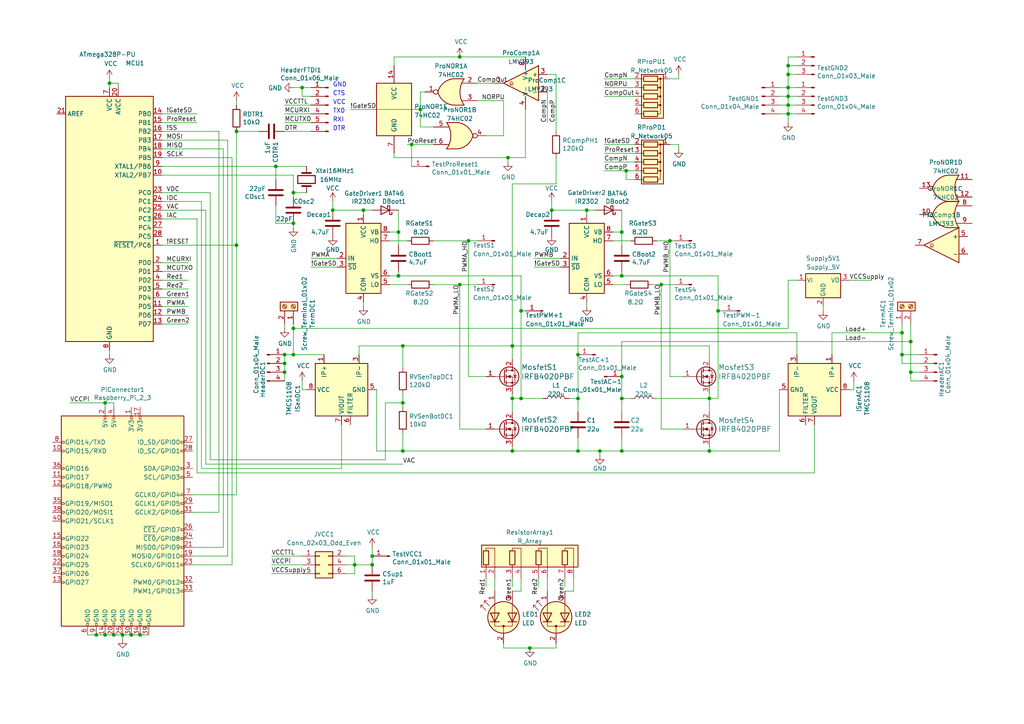
<source format=kicad_sch>
(kicad_sch (version 20230121) (generator eeschema)
  (paper "A4")
  (title_block (title "AtInverter") (rev "1"))
  (junction (at 96.52 60.96))
  (junction (at 85.09 102.87))
  (junction (at 153.67 187.96))
  (junction (at 181.61 49.53))
  (junction (at 191.77 82.55))
  (junction (at 116.84 100.33))
  (junction (at 180.34 80.01))
  (junction (at 133.35 16.51))
  (junction (at 68.58 71.12))
  (junction (at 105.41 60.96))
  (junction (at 116.84 116.84))
  (junction (at 264.16 107.95))
  (junction (at 228.6 19.05))
  (junction (at 82.55 105.41))
  (junction (at 119.38 41.91))
  (junction (at 228.6 33.02))
  (junction (at 208.28 90.17))
  (junction (at 135.89 69.85))
  (junction (at 85.09 95.25))
  (junction (at 38.1 184.15))
  (junction (at 148.59 130.81))
  (junction (at 107.95 161.29))
  (junction (at 85.09 55.88))
  (junction (at 151.13 115.57))
  (junction (at 173.99 130.81))
  (junction (at 151.13 90.17))
  (junction (at 115.57 67.31))
  (junction (at 167.64 102.87))
  (junction (at 33.02 184.15))
  (junction (at 107.95 163.83))
  (junction (at 102.87 163.83))
  (junction (at 82.55 102.87))
  (junction (at 133.35 82.55))
  (junction (at 228.6 30.48))
  (junction (at 121.92 31.75))
  (junction (at 85.09 64.77))
  (junction (at 228.6 25.4))
  (junction (at 160.02 60.96))
  (junction (at 180.34 130.81))
  (junction (at 80.01 48.26))
  (junction (at 148.59 100.33))
  (junction (at 116.84 130.81))
  (junction (at 205.74 115.57))
  (junction (at 30.48 184.15))
  (junction (at 264.16 99.06))
  (junction (at 228.6 21.59))
  (junction (at 261.62 102.87))
  (junction (at 87.63 25.4))
  (junction (at 115.57 80.01))
  (junction (at 205.74 130.81))
  (junction (at 68.58 38.1))
  (junction (at 180.34 67.31))
  (junction (at 180.34 115.57))
  (junction (at 170.18 60.96))
  (junction (at 167.64 115.57))
  (junction (at 261.62 96.52))
  (junction (at 31.75 24.13))
  (junction (at 35.56 184.15))
  (junction (at 180.34 109.22))
  (junction (at 27.94 184.15))
  (junction (at 30.48 116.84))
  (junction (at 148.59 115.57))
  (junction (at 147.32 45.72))
  (junction (at 167.64 130.81))
  (junction (at 82.55 107.95))
  (junction (at 194.31 69.85))
  (junction (at 228.6 27.94))
  (junction (at 40.64 184.15))
  (wire (pts (xy 184.15 52.07) (xy 181.61 52.07)))
  (wire (pts (xy 148.59 53.34) (xy 148.59 100.33)))
  (wire (pts (xy 226.06 113.03) (xy 226.06 130.81)))
  (wire (pts (xy 173.99 130.81) (xy 173.99 132.08)))
  (wire (pts (xy 228.6 27.94) (xy 231.14 27.94)))
  (wire (pts (xy 228.6 21.59) (xy 228.6 25.4)))
  (wire (pts (xy 85.09 50.8) (xy 85.09 55.88)))
  (wire (pts (xy 135.89 69.85) (xy 135.89 109.22)))
  (wire (pts (xy 60.96 55.88) (xy 46.99 55.88)))
  (wire (pts (xy 78.74 163.83) (xy 87.63 163.83)))
  (wire (pts (xy 82.55 35.56) (xy 90.17 35.56)))
  (wire (pts (xy 82.55 38.1) (xy 90.17 38.1)))
  (wire (pts (xy 116.84 100.33) (xy 148.59 100.33)))
  (wire (pts (xy 80.01 48.26) (xy 80.01 52.07)))
  (wire (pts (xy 34.29 25.4) (xy 34.29 24.13)))
  (wire (pts (xy 156.21 167.64) (xy 156.21 170.18)))
  (wire (pts (xy 55.88 148.59) (xy 63.5 148.59)))
  (wire (pts (xy 181.61 49.53) (xy 181.61 52.07)))
  (wire (pts (xy 264.16 107.95) (xy 264.16 110.49)))
  (wire (pts (xy 85.09 93.98) (xy 85.09 95.25)))
  (wire (pts (xy 175.26 46.99) (xy 184.15 46.99)))
  (wire (pts (xy 68.58 29.21) (xy 68.58 30.48)))
  (wire (pts (xy 208.28 115.57) (xy 205.74 115.57)))
  (wire (pts (xy 114.3 45.72) (xy 147.32 45.72)))
  (wire (pts (xy 102.87 163.83) (xy 107.95 163.83)))
  (wire (pts (xy 30.48 116.84) (xy 30.48 118.11)))
  (wire (pts (xy 31.75 102.87) (xy 31.75 101.6)))
  (wire (pts (xy 167.64 127) (xy 167.64 130.81)))
  (wire (pts (xy 58.42 135.89) (xy 99.06 135.89)))
  (wire (pts (xy 175.26 22.86) (xy 184.15 22.86)))
  (wire (pts (xy 46.99 93.98) (xy 54.61 93.98)))
  (wire (pts (xy 64.77 43.18) (xy 46.99 43.18)))
  (wire (pts (xy 228.6 33.02) (xy 231.14 33.02)))
  (wire (pts (xy 46.99 50.8) (xy 85.09 50.8)))
  (wire (pts (xy 90.17 27.94) (xy 87.63 27.94)))
  (wire (pts (xy 119.38 41.91) (xy 119.38 48.26)))
  (wire (pts (xy 195.58 69.85) (xy 194.31 69.85)))
  (wire (pts (xy 133.35 82.55) (xy 138.43 82.55)))
  (wire (pts (xy 231.14 16.51) (xy 228.6 16.51)))
  (wire (pts (xy 46.99 91.44) (xy 54.61 91.44)))
  (wire (pts (xy 148.59 129.54) (xy 148.59 130.81)))
  (wire (pts (xy 161.29 186.69) (xy 161.29 187.96)))
  (wire (pts (xy 27.94 184.15) (xy 30.48 184.15)))
  (wire (pts (xy 208.28 90.17) (xy 208.28 115.57)))
  (wire (pts (xy 107.95 171.45) (xy 107.95 172.72)))
  (wire (pts (xy 261.62 96.52) (xy 241.3 96.52)))
  (wire (pts (xy 208.28 90.17) (xy 209.55 90.17)))
  (wire (pts (xy 175.26 44.45) (xy 184.15 44.45)))
  (wire (pts (xy 228.6 81.28) (xy 228.6 95.25)))
  (wire (pts (xy 151.13 80.01) (xy 151.13 90.17)))
  (wire (pts (xy 114.3 16.51) (xy 133.35 16.51)))
  (wire (pts (xy 191.77 82.55) (xy 195.58 82.55)))
  (wire (pts (xy 46.99 71.12) (xy 68.58 71.12)))
  (wire (pts (xy 34.29 24.13) (xy 31.75 24.13)))
  (wire (pts (xy 115.57 67.31) (xy 115.57 60.96)))
  (wire (pts (xy 177.8 67.31) (xy 180.34 67.31)))
  (wire (pts (xy 87.63 113.03) (xy 88.9 113.03)))
  (wire (pts (xy 180.34 67.31) (xy 180.34 60.96)))
  (wire (pts (xy 175.26 27.94) (xy 184.15 27.94)))
  (wire (pts (xy 99.06 123.19) (xy 99.06 135.89)))
  (wire (pts (xy 151.13 167.64) (xy 151.13 171.45)))
  (wire (pts (xy 46.99 88.9) (xy 54.61 88.9)))
  (wire (pts (xy 82.55 102.87) (xy 85.09 102.87)))
  (wire (pts (xy 247.65 113.03) (xy 246.38 113.03)))
  (wire (pts (xy 80.01 48.26) (xy 88.9 48.26)))
  (wire (pts (xy 82.55 33.02) (xy 90.17 33.02)))
  (wire (pts (xy 154.94 77.47) (xy 162.56 77.47)))
  (wire (pts (xy 264.16 110.49) (xy 266.7 110.49)))
  (wire (pts (xy 205.74 114.3) (xy 205.74 115.57)))
  (wire (pts (xy 125.73 69.85) (xy 135.89 69.85)))
  (wire (pts (xy 111.76 116.84) (xy 116.84 116.84)))
  (wire (pts (xy 158.75 21.59) (xy 161.29 21.59)))
  (wire (pts (xy 105.41 60.96) (xy 107.95 60.96)))
  (wire (pts (xy 118.11 41.91) (xy 119.38 41.91)))
  (wire (pts (xy 261.62 96.52) (xy 261.62 102.87)))
  (wire (pts (xy 55.88 163.83) (xy 67.31 163.83)))
  (wire (pts (xy 113.03 69.85) (xy 118.11 69.85)))
  (wire (pts (xy 228.6 25.4) (xy 228.6 27.94)))
  (wire (pts (xy 177.8 69.85) (xy 182.88 69.85)))
  (wire (pts (xy 85.09 55.88) (xy 88.9 55.88)))
  (wire (pts (xy 167.64 130.81) (xy 173.99 130.81)))
  (wire (pts (xy 191.77 82.55) (xy 191.77 124.46)))
  (wire (pts (xy 119.38 41.91) (xy 125.73 41.91)))
  (wire (pts (xy 80.01 64.77) (xy 85.09 64.77)))
  (wire (pts (xy 102.87 163.83) (xy 102.87 166.37)))
  (wire (pts (xy 189.23 82.55) (xy 191.77 82.55)))
  (wire (pts (xy 105.41 60.96) (xy 105.41 62.23)))
  (wire (pts (xy 105.41 88.9) (xy 105.41 87.63)))
  (wire (pts (xy 58.42 58.42) (xy 58.42 135.89)))
  (wire (pts (xy 107.95 161.29) (xy 107.95 158.75)))
  (wire (pts (xy 85.09 55.88) (xy 85.09 57.15)))
  (wire (pts (xy 133.35 82.55) (xy 133.35 124.46)))
  (wire (pts (xy 238.76 88.9) (xy 238.76 90.17)))
  (wire (pts (xy 228.6 30.48) (xy 228.6 33.02)))
  (wire (pts (xy 151.13 171.45) (xy 148.59 171.45)))
  (wire (pts (xy 31.75 24.13) (xy 31.75 25.4)))
  (wire (pts (xy 264.16 93.98) (xy 264.16 99.06)))
  (wire (pts (xy 66.04 161.29) (xy 66.04 40.64)))
  (wire (pts (xy 226.06 25.4) (xy 228.6 25.4)))
  (wire (pts (xy 104.14 100.33) (xy 116.84 100.33)))
  (wire (pts (xy 151.13 90.17) (xy 151.13 115.57)))
  (wire (pts (xy 205.74 129.54) (xy 205.74 130.81)))
  (wire (pts (xy 170.18 88.9) (xy 170.18 87.63)))
  (wire (pts (xy 85.09 95.25) (xy 85.09 102.87)))
  (wire (pts (xy 25.4 184.15) (xy 27.94 184.15)))
  (wire (pts (xy 261.62 102.87) (xy 266.7 102.87)))
  (wire (pts (xy 113.03 67.31) (xy 115.57 67.31)))
  (wire (pts (xy 205.74 130.81) (xy 226.06 130.81)))
  (wire (pts (xy 109.22 113.03) (xy 109.22 130.81)))
  (wire (pts (xy 90.17 30.48) (xy 82.55 30.48)))
  (wire (pts (xy 180.34 130.81) (xy 205.74 130.81)))
  (wire (pts (xy 148.59 100.33) (xy 148.59 104.14)))
  (wire (pts (xy 167.64 96.52) (xy 231.14 96.52)))
  (wire (pts (xy 82.55 102.87) (xy 82.55 105.41)))
  (wire (pts (xy 35.56 184.15) (xy 38.1 184.15)))
  (wire (pts (xy 181.61 49.53) (xy 184.15 49.53)))
  (wire (pts (xy 148.59 167.64) (xy 148.59 170.18)))
  (wire (pts (xy 226.06 30.48) (xy 228.6 30.48)))
  (wire (pts (xy 228.6 27.94) (xy 228.6 30.48)))
  (wire (pts (xy 31.75 22.86) (xy 31.75 24.13)))
  (wire (pts (xy 114.3 16.51) (xy 114.3 19.05)))
  (wire (pts (xy 46.99 86.36) (xy 54.61 86.36)))
  (wire (pts (xy 96.52 60.96) (xy 105.41 60.96)))
  (wire (pts (xy 55.88 158.75) (xy 64.77 158.75)))
  (wire (pts (xy 60.96 133.35) (xy 60.96 55.88)))
  (wire (pts (xy 228.6 33.02) (xy 228.6 35.56)))
  (wire (pts (xy 231.14 96.52) (xy 231.14 102.87)))
  (wire (pts (xy 40.64 184.15) (xy 43.18 184.15)))
  (wire (pts (xy 264.16 99.06) (xy 264.16 107.95)))
  (wire (pts (xy 241.3 96.52) (xy 241.3 102.87)))
  (wire (pts (xy 194.31 109.22) (xy 198.12 109.22)))
  (wire (pts (xy 148.59 130.81) (xy 167.64 130.81)))
  (wire (pts (xy 152.4 31.75) (xy 152.4 45.72)))
  (wire (pts (xy 135.89 69.85) (xy 138.43 69.85)))
  (wire (pts (xy 180.34 99.06) (xy 180.34 109.22)))
  (wire (pts (xy 46.99 33.02) (xy 57.15 33.02)))
  (wire (pts (xy 90.17 77.47) (xy 97.79 77.47)))
  (wire (pts (xy 68.58 38.1) (xy 68.58 71.12)))
  (wire (pts (xy 152.4 90.17) (xy 151.13 90.17)))
  (wire (pts (xy 90.17 25.4) (xy 87.63 25.4)))
  (wire (pts (xy 87.63 110.49) (xy 87.63 113.03)))
  (wire (pts (xy 194.31 69.85) (xy 194.31 109.22)))
  (wire (pts (xy 116.84 116.84) (xy 116.84 118.11)))
  (wire (pts (xy 116.84 125.73) (xy 116.84 130.81)))
  (wire (pts (xy 115.57 71.12) (xy 115.57 67.31)))
  (wire (pts (xy 173.99 130.81) (xy 180.34 130.81)))
  (wire (pts (xy 46.99 76.2) (xy 54.61 76.2)))
  (wire (pts (xy 104.14 100.33) (xy 104.14 102.87)))
  (wire (pts (xy 116.84 130.81) (xy 148.59 130.81)))
  (wire (pts (xy 116.84 100.33) (xy 116.84 106.68)))
  (wire (pts (xy 64.77 158.75) (xy 64.77 43.18)))
  (wire (pts (xy 60.96 133.35) (xy 111.76 133.35)))
  (wire (pts (xy 228.6 19.05) (xy 231.14 19.05)))
  (wire (pts (xy 113.03 82.55) (xy 118.11 82.55)))
  (wire (pts (xy 146.05 29.21) (xy 146.05 39.37)))
  (wire (pts (xy 96.52 58.42) (xy 96.52 60.96)))
  (wire (pts (xy 264.16 107.95) (xy 266.7 107.95)))
  (wire (pts (xy 82.55 105.41) (xy 82.55 107.95)))
  (wire (pts (xy 158.75 167.64) (xy 158.75 171.45)))
  (wire (pts (xy 115.57 80.01) (xy 151.13 80.01)))
  (wire (pts (xy 68.58 71.12) (xy 68.58 143.51)))
  (wire (pts (xy 180.34 80.01) (xy 208.28 80.01)))
  (wire (pts (xy 66.04 40.64) (xy 46.99 40.64)))
  (wire (pts (xy 160.02 60.96) (xy 170.18 60.96)))
  (wire (pts (xy 161.29 53.34) (xy 148.59 53.34)))
  (wire (pts (xy 261.62 105.41) (xy 266.7 105.41)))
  (wire (pts (xy 175.26 25.4) (xy 184.15 25.4)))
  (wire (pts (xy 82.55 95.25) (xy 82.55 93.98)))
  (wire (pts (xy 67.31 45.72) (xy 46.99 45.72)))
  (wire (pts (xy 190.5 115.57) (xy 205.74 115.57)))
  (wire (pts (xy 123.19 26.67) (xy 121.92 26.67)))
  (wire (pts (xy 87.63 27.94) (xy 87.63 25.4)))
  (wire (pts (xy 236.22 123.19) (xy 236.22 137.16)))
  (wire (pts (xy 196.85 41.91) (xy 194.31 41.91)))
  (wire (pts (xy 175.26 49.53) (xy 181.61 49.53)))
  (wire (pts (xy 46.99 48.26) (xy 80.01 48.26)))
  (wire (pts (xy 46.99 58.42) (xy 58.42 58.42)))
  (wire (pts (xy 261.62 102.87) (xy 261.62 105.41)))
  (wire (pts (xy 82.55 107.95) (xy 82.55 110.49)))
  (wire (pts (xy 180.34 127) (xy 180.34 130.81)))
  (wire (pts (xy 55.88 161.29) (xy 66.04 161.29)))
  (wire (pts (xy 228.6 21.59) (xy 231.14 21.59)))
  (wire (pts (xy 170.18 60.96) (xy 170.18 62.23)))
  (wire (pts (xy 102.87 166.37) (xy 100.33 166.37)))
  (wire (pts (xy 148.59 115.57) (xy 151.13 115.57)))
  (wire (pts (xy 114.3 44.45) (xy 114.3 45.72)))
  (wire (pts (xy 166.37 167.64) (xy 166.37 171.45)))
  (wire (pts (xy 78.74 161.29) (xy 87.63 161.29)))
  (wire (pts (xy 67.31 163.83) (xy 67.31 45.72)))
  (wire (pts (xy 30.48 184.15) (xy 33.02 184.15)))
  (wire (pts (xy 59.69 134.62) (xy 59.69 60.96)))
  (wire (pts (xy 102.87 161.29) (xy 100.33 161.29)))
  (wire (pts (xy 46.99 81.28) (xy 54.61 81.28)))
  (wire (pts (xy 161.29 187.96) (xy 153.67 187.96)))
  (wire (pts (xy 33.02 116.84) (xy 33.02 118.11)))
  (wire (pts (xy 78.74 166.37) (xy 87.63 166.37)))
  (wire (pts (xy 226.06 27.94) (xy 228.6 27.94)))
  (wire (pts (xy 228.6 19.05) (xy 228.6 16.51)))
  (wire (pts (xy 80.01 59.69) (xy 80.01 64.77)))
  (wire (pts (xy 154.94 74.93) (xy 162.56 74.93)))
  (wire (pts (xy 85.09 64.77) (xy 85.09 66.04)))
  (wire (pts (xy 87.63 25.4) (xy 85.09 25.4)))
  (wire (pts (xy 57.15 63.5) (xy 57.15 137.16)))
  (wire (pts (xy 228.6 21.59) (xy 228.6 19.05)))
  (wire (pts (xy 101.6 31.75) (xy 121.92 31.75)))
  (wire (pts (xy 196.85 21.59) (xy 196.85 22.86)))
  (wire (pts (xy 121.92 26.67) (xy 121.92 31.75)))
  (wire (pts (xy 191.77 124.46) (xy 198.12 124.46)))
  (wire (pts (xy 121.92 31.75) (xy 121.92 36.83)))
  (wire (pts (xy 158.75 26.67) (xy 158.75 35.56)))
  (wire (pts (xy 148.59 114.3) (xy 148.59 115.57)))
  (wire (pts (xy 147.32 45.72) (xy 147.32 46.99)))
  (wire (pts (xy 180.34 119.38) (xy 180.34 115.57)))
  (wire (pts (xy 196.85 22.86) (xy 194.31 22.86)))
  (wire (pts (xy 133.35 16.51) (xy 152.4 16.51)))
  (wire (pts (xy 261.62 93.98) (xy 261.62 96.52)))
  (wire (pts (xy 57.15 63.5) (xy 46.99 63.5)))
  (wire (pts (xy 205.74 100.33) (xy 205.74 104.14)))
  (wire (pts (xy 125.73 82.55) (xy 133.35 82.55)))
  (wire (pts (xy 146.05 186.69) (xy 146.05 187.96)))
  (wire (pts (xy 135.89 109.22) (xy 140.97 109.22)))
  (wire (pts (xy 226.06 33.02) (xy 228.6 33.02)))
  (wire (pts (xy 20.32 116.84) (xy 30.48 116.84)))
  (wire (pts (xy 231.14 81.28) (xy 228.6 81.28)))
  (wire (pts (xy 180.34 78.74) (xy 180.34 80.01)))
  (wire (pts (xy 151.13 115.57) (xy 157.48 115.57)))
  (wire (pts (xy 180.34 115.57) (xy 182.88 115.57)))
  (wire (pts (xy 90.17 74.93) (xy 97.79 74.93)))
  (wire (pts (xy 190.5 69.85) (xy 194.31 69.85)))
  (wire (pts (xy 208.28 80.01) (xy 208.28 90.17)))
  (wire (pts (xy 46.99 78.74) (xy 54.61 78.74)))
  (wire (pts (xy 46.99 35.56) (xy 57.15 35.56)))
  (wire (pts (xy 264.16 99.06) (xy 180.34 99.06)))
  (wire (pts (xy 163.83 167.64) (xy 163.83 170.18)))
  (wire (pts (xy 30.48 116.84) (xy 33.02 116.84)))
  (wire (pts (xy 33.02 184.15) (xy 35.56 184.15)))
  (wire (pts (xy 147.32 45.72) (xy 152.4 45.72)))
  (wire (pts (xy 167.64 96.52) (xy 167.64 102.87)))
  (wire (pts (xy 228.6 30.48) (xy 231.14 30.48)))
  (wire (pts (xy 35.56 184.15) (xy 35.56 185.42)))
  (wire (pts (xy 46.99 83.82) (xy 54.61 83.82)))
  (wire (pts (xy 121.92 36.83) (xy 125.73 36.83)))
  (wire (pts (xy 205.74 115.57) (xy 205.74 119.38)))
  (wire (pts (xy 180.34 67.31) (xy 180.34 71.12)))
  (wire (pts (xy 46.99 60.96) (xy 59.69 60.96)))
  (wire (pts (xy 55.88 143.51) (xy 68.58 143.51)))
  (wire (pts (xy 109.22 130.81) (xy 116.84 130.81)))
  (wire (pts (xy 146.05 39.37) (xy 140.97 39.37)))
  (wire (pts (xy 146.05 187.96) (xy 153.67 187.96)))
  (wire (pts (xy 115.57 78.74) (xy 115.57 80.01)))
  (wire (pts (xy 196.85 41.91) (xy 196.85 43.18)))
  (wire (pts (xy 133.35 124.46) (xy 140.97 124.46)))
  (wire (pts (xy 177.8 80.01) (xy 180.34 80.01)))
  (wire (pts (xy 175.26 41.91) (xy 184.15 41.91)))
  (wire (pts (xy 138.43 24.13) (xy 143.51 24.13)))
  (wire (pts (xy 63.5 38.1) (xy 63.5 148.59)))
  (wire (pts (xy 180.34 109.22) (xy 180.34 115.57)))
  (wire (pts (xy 228.6 25.4) (xy 231.14 25.4)))
  (wire (pts (xy 161.29 21.59) (xy 161.29 38.1)))
  (wire (pts (xy 140.97 167.64) (xy 140.97 170.18)))
  (wire (pts (xy 148.59 100.33) (xy 205.74 100.33)))
  (wire (pts (xy 100.33 163.83) (xy 102.87 163.83)))
  (wire (pts (xy 143.51 167.64) (xy 143.51 171.45)))
  (wire (pts (xy 138.43 29.21) (xy 146.05 29.21)))
  (wire (pts (xy 166.37 171.45) (xy 163.83 171.45)))
  (wire (pts (xy 148.59 115.57) (xy 148.59 119.38)))
  (wire (pts (xy 161.29 45.72) (xy 161.29 53.34)))
  (wire (pts (xy 107.95 161.29) (xy 107.95 163.83)))
  (wire (pts (xy 177.8 82.55) (xy 181.61 82.55)))
  (wire (pts (xy 102.87 163.83) (xy 102.87 161.29)))
  (wire (pts (xy 38.1 184.15) (xy 40.64 184.15)))
  (wire (pts (xy 85.09 102.87) (xy 93.98 102.87)))
  (wire (pts (xy 167.64 115.57) (xy 167.64 119.38)))
  (wire (pts (xy 170.18 60.96) (xy 172.72 60.96)))
  (wire (pts (xy 113.03 80.01) (xy 115.57 80.01)))
  (wire (pts (xy 59.69 134.62) (xy 116.84 134.62)))
  (wire (pts (xy 116.84 114.3) (xy 116.84 116.84)))
  (wire (pts (xy 167.64 102.87) (xy 167.64 115.57)))
  (wire (pts (xy 165.1 115.57) (xy 167.64 115.57)))
  (wire (pts (xy 111.76 116.84) (xy 111.76 133.35)))
  (wire (pts (xy 246.38 81.28) (xy 252.73 81.28)))
  (wire (pts (xy 247.65 110.49) (xy 247.65 113.03)))
  (wire (pts (xy 160.02 58.42) (xy 160.02 60.96)))
  (wire (pts (xy 85.09 95.25) (xy 228.6 95.25)))
  (wire (pts (xy 57.15 137.16) (xy 236.22 137.16)))
  (wire (pts (xy 68.58 38.1) (xy 74.93 38.1)))
  (wire (pts (xy 46.99 38.1) (xy 63.5 38.1)))
  (text "RXI" (at 96.52 35.56 0) (effects (font (size 1.27 1.27)) (justify left bottom)))
  (text "GND" (at 96.52 25.4 0) (effects (font (size 1.27 1.27)) (justify left bottom)))
  (text "VCC" (at 96.52 30.48 0) (effects (font (size 1.27 1.27)) (justify left bottom)))
  (text "TX0" (at 96.52 33.02 0) (effects (font (size 1.27 1.27)) (justify left bottom)))
  (text "DTR" (at 96.52 38.1 0) (effects (font (size 1.27 1.27)) (justify left bottom)))
  (text "CTS" (at 96.52 27.94 0) (effects (font (size 1.27 1.27)) (justify left bottom)))
  (label "VCCPi" (at 20.32 116.84 0))
  (label "DTR" (at 82.55 38.1 0))
  (label "VCCSupply" (at 246.38 81.28 0))
  (label "Red2" (at 156.21 167.64 270))
  (label "Red2" (at 48.26 83.82 0))
  (label "NORPU" (at 175.26 25.4 0))
  (label "CompN" (at 175.26 22.86 0))
  (label "CompN" (at 158.75 35.56 90))
  (label "Load-" (at 245.11 99.06 0))
  (label "VCCSupply" (at 78.74 166.37 0))
  (label "Green2" (at 163.83 167.64 270))
  (label "Red1" (at 48.26 81.28 0))
  (label "PWMA" (at 90.17 74.93 0))
  (label "MCURXI" (at 82.55 33.02 0))
  (label "Load+" (at 245.11 96.52 0))
  (label "PWMB_LO" (at 191.77 91.44 90))
  (label "VCCPi" (at 78.74 163.83 0))
  (label "PWMB_HO" (at 194.31 69.85 270))
  (label "ProReset" (at 175.26 44.45 0))
  (label "NORPU" (at 139.7 29.21 0))
  (label "ProReset" (at 118.11 41.91 0))
  (label "PWMA_HO" (at 135.89 69.85 270))
  (label "Red1" (at 140.97 167.64 270))
  (label "MCUTXO" (at 82.55 35.56 0))
  (label "Green2" (at 48.26 93.98 0))
  (label "VAC" (at 48.26 60.96 0))
  (label "SCLK" (at 48.26 45.72 0))
  (label "!RESET" (at 48.26 71.12 0))
  (label "!GateSD" (at 175.26 41.91 0))
  (label "IAC" (at 48.26 63.5 0))
  (label "CompN" (at 175.26 46.99 0))
  (label "!GateSD" (at 154.94 77.47 0))
  (label "CompOut" (at 175.26 27.94 0))
  (label "MCUTXO" (at 48.26 78.74 0))
  (label "MCURXI" (at 48.26 76.2 0))
  (label "ProReset" (at 48.26 35.56 0))
  (label "IDC" (at 48.26 58.42 0))
  (label "CompP" (at 161.29 35.56 90))
  (label "CompOut" (at 138.43 24.13 0))
  (label "Green1" (at 48.26 86.36 0))
  (label "!GateSD" (at 48.26 33.02 0))
  (label "PWMB" (at 154.94 74.93 0))
  (label "PWMA_LO" (at 133.35 82.55 270))
  (label "PWMA" (at 48.26 88.9 0))
  (label "Green1" (at 148.59 167.64 270))
  (label "MOSI" (at 48.26 40.64 0))
  (label "CompP" (at 175.26 49.53 0))
  (label "PWMB" (at 48.26 91.44 0))
  (label "!GateSD" (at 90.17 77.47 0))
  (label "!GateSD" (at 101.6 31.75 0))
  (label "VAC" (at 116.84 134.62 0))
  (label "VDC" (at 48.26 55.88 0))
  (label "VCCTTL" (at 78.74 161.29 0))
  (label "!SS" (at 48.26 38.1 0))
  (label "VCCTTL" (at 82.55 30.48 0))
  (label "MISO" (at 48.26 43.18 0))
  (symbol (lib_id "MCU_Microchip_ATmega:ATmega328P-P") (at 31.75 63.5 0) (unit 1)
    (property "Reference" "MCU1" (at 41.91 19.05 0) (effects (justify right bottom)))
    (property "Value" "ATmega328P-PU" (at 39.37 16.51 0) (effects (justify right bottom)))
    (property "Footprint" "Package_DIP:DIP-28_W7.62mm" (effects hide))
    (property "Datasheet" "http://ww1.microchip.com/downloads/en/DeviceDoc/ATmega328_P%20AVR%20MCU%20with%20picoPower%20Technology%20Data%20Sheet%2040001984A.pdf" (effects hide))
  )
  (symbol (lib_id "Driver_FET:IR2302") (at 105.41 74.93 0) (unit 1)
    (property "Reference" "GateDriver1" (at 105.41 56.1086 0))
    (property "Value" "IR2302" (at 105.41 58.42 0))
    (property "Footprint" "Package_DIP:DIP-8_W7.62mm_LongPads" (effects hide))
    (property "Datasheet" "https://www.infineon.com/dgdl/ir2302.pdf?fileId=5546d462533600a4015355c988b216de" (effects hide))
  )
  (symbol (lib_id "Diode:BAT46") (at 111.76 60.96 180) (unit 1)
    (property "Reference" "DBoot1" (at 114.3 58.42 0))
    (property "Value" "BAT46" (at 114.3 56.1086 0))
    (property "Footprint" "Diode_THT:D_DO-35_SOD27_P7.62mm_Horizontal" (effects hide))
    (property "Datasheet" "http://www.vishay.com/docs/85662/bat46.pdf" (effects hide))
  )
  (symbol (lib_id "Connector:Raspberry_Pi_2_3") (at 35.56 151.13 0) (unit 1)
    (property "Reference" "PiConnector1" (at 35.56 113.03 0))
    (property "Value" "Raspberry_Pi_2_3" (at 35.56 115.3414 0))
    (property "Footprint" "Atverter_vE:Raspberry_Pi_Zero_and_Four" (effects hide))
    (property "Datasheet" "https://www.raspberrypi.org/documentation/hardware/raspberrypi/schematics/rpi_SCH_3bplus_1p0_reduced.pdf" (effects hide))
  )
  (symbol (lib_id "Regulator_Linear:LM7805_TO220") (at 238.76 81.28 0) (unit 1)
    (property "Reference" "Supply5V1" (at 238.76 74.93 0))
    (property "Value" "Supply_5V" (at 238.76 77.47 0))
    (property "Footprint" "Atinverter_vE:SupplyDC_48V-5V_TO-220-3_Vertical" (effects hide))
    (property "Datasheet" "https://www.onsemi.cn/PowerSolutions/document/MC7800-D.PDF" (effects hide))
  )
  (symbol (lib_id "Device:C") (at 115.57 74.93 0) (unit 1)
    (property "Reference" "CBoot1" (at 118.491 73.7616 0) (effects (justify left)))
    (property "Value" "4.7uF" (at 118.491 76.073 0) (effects (justify left)))
    (property "Footprint" "Capacitor_THT:C_Rect_L7.2mm_W3.5mm_P5.00mm_FKS2_FKP2_MKS2_MKP2" (effects hide))
  )
  (symbol (lib_id "Device:C") (at 107.95 167.64 0) (unit 1)
    (property "Reference" "CSup1" (at 110.871 166.4716 0) (effects (justify left)))
    (property "Value" "1uF" (at 110.871 168.783 0) (effects (justify left)))
    (property "Footprint" "Capacitor_THT:C_Rect_L7.2mm_W3.5mm_P5.00mm_FKS2_FKP2_MKS2_MKP2" (effects hide))
  )
  (symbol (lib_id "Sensor_Current:ACS724xLCTR-10AB") (at 99.06 113.03 90) (mirror x) (unit 1)
    (property "Reference" "ISenDC1" (at 86.36 115.57 0))
    (property "Value" "TMCS1108" (at 83.82 115.57 0))
    (property "Footprint" "Atinverter_vE:SOIC-8_3.9x4.9mm_P1.27mm" (effects hide))
    (property "Datasheet" "http://www.allegromicro.com/~/media/Files/Datasheets/ACS724-Datasheet.ashx?la=en" (effects hide))
  )
  (symbol (lib_id "Sensor_Current:ACS724xLCTR-10AB") (at 236.22 113.03 270) (unit 1)
    (property "Reference" "ISenAC1" (at 249.1486 115.57 0))
    (property "Value" "TMCS1108" (at 251.46 115.57 0))
    (property "Footprint" "Atinverter_vE:SOIC-8_3.9x4.9mm_P1.27mm" (effects hide))
    (property "Datasheet" "http://www.allegromicro.com/~/media/Files/Datasheets/ACS724-Datasheet.ashx?la=en" (effects hide))
  )
  (symbol (lib_id "Device:C") (at 78.74 38.1 270) (unit 1)
    (property "Reference" "CDTR1" (at 79.9084 41.021 0) (effects (justify left)))
    (property "Value" "1uF" (at 77.597 41.021 0) (effects (justify left)))
    (property "Footprint" "Capacitor_THT:C_Rect_L7.2mm_W3.5mm_P5.00mm_FKS2_FKP2_MKS2_MKP2" (effects hide))
  )
  (symbol (lib_id "Device:R") (at 68.58 34.29 0) (unit 1)
    (property "Reference" "RDTR1" (at 70.358 33.1216 0) (effects (justify left)))
    (property "Value" "10kΩ" (at 70.358 35.433 0) (effects (justify left)))
    (property "Footprint" "Resistor_THT:R_Axial_DIN0207_L6.3mm_D2.5mm_P7.62mm_Horizontal" (effects hide))
  )
  (symbol (lib_id "power:VCC") (at 107.95 158.75 0) (unit 1)
    (property "Reference" "#PWR012" (effects hide))
    (property "Value" "VCC" (at 108.331 154.3558 0))
  )
  (symbol (lib_id "power:VCC") (at 96.52 58.42 0) (unit 1)
    (property "Reference" "#PWR09" (effects hide))
    (property "Value" "VCC" (at 96.52 54.61 0))
  )
  (symbol (lib_id "power:VCC") (at 87.63 110.49 0) (unit 1)
    (property "Reference" "#PWR08" (effects hide))
    (property "Value" "VCC" (at 88.011 106.0958 0))
  )
  (symbol (lib_id "power:VCC") (at 31.75 22.86 0) (unit 1)
    (property "Reference" "#PWR01" (effects hide))
    (property "Value" "VCC" (at 32.131 18.4658 0))
  )
  (symbol (lib_id "power:GND") (at 238.76 90.17 0) (unit 1)
    (property "Reference" "#PWR025" (effects hide))
    (property "Value" "GND" (at 238.887 94.5642 0))
  )
  (symbol (lib_id "power:GND") (at 105.41 88.9 0) (unit 1)
    (property "Reference" "#PWR011" (effects hide))
    (property "Value" "GND" (at 105.537 93.2942 0))
  )
  (symbol (lib_id "power:GND") (at 31.75 102.87 0) (unit 1)
    (property "Reference" "#PWR02" (effects hide))
    (property "Value" "GND" (at 31.877 107.2642 0))
  )
  (symbol (lib_id "power:GND") (at 35.56 185.42 0) (unit 1)
    (property "Reference" "#PWR03" (effects hide))
    (property "Value" "GND" (at 35.687 189.8142 0))
  )
  (symbol (lib_id "Connector:Conn_01x06_Male") (at 95.25 30.48 0) (mirror y) (unit 1)
    (property "Reference" "HeaderFTDI1" (at 81.28 20.32 0) (effects (justify right)))
    (property "Value" "Conn_01x06_Male" (at 81.28 22.6314 0) (effects (justify right)))
    (property "Footprint" "Atinverter_vE:FTDI_USB_TTL_Header" (effects hide))
  )
  (symbol (lib_id "power:GND") (at 85.09 25.4 270) (unit 1)
    (property "Reference" "#PWR06" (effects hide))
    (property "Value" "GND" (at 81.8388 25.527 90) (effects (justify right)))
  )
  (symbol (lib_id "power:VCC") (at 68.58 29.21 0) (unit 1)
    (property "Reference" "#PWR04" (effects hide))
    (property "Value" "VCC" (at 68.961 24.8158 0))
  )
  (symbol (lib_id "Connector:Screw_Terminal_01x02") (at 85.09 88.9 270) (mirror x) (unit 1)
    (property "Reference" "TermDC1" (at 90.6018 90.9828 0))
    (property "Value" "Screw_Terminal_01x02" (at 88.2904 90.9828 0))
    (property "Footprint" "Atverter_vE:Term_Block_1x2_P5mm" (effects hide))
  )
  (symbol (lib_id "power:GND") (at 82.55 95.25 0) (unit 1)
    (property "Reference" "#PWR05" (effects hide))
    (property "Value" "GND" (at 82.677 99.6442 0))
  )
  (symbol (lib_id "Connector:Screw_Terminal_01x02") (at 261.62 88.9 90) (unit 1)
    (property "Reference" "TermAC1" (at 256.1082 90.9828 0))
    (property "Value" "Screw_Terminal_01x02" (at 258.4196 90.9828 0))
    (property "Footprint" "Atverter_vE:Term_Block_1x2_P5mm" (effects hide))
  )
  (symbol (lib_id "power:GND") (at 228.6 35.56 0) (unit 1)
    (property "Reference" "#PWR024" (effects hide))
    (property "Value" "GND" (at 228.727 39.9542 0))
  )
  (symbol (lib_id "Connector:Conn_01x04_Male") (at 77.47 105.41 0) (unit 1)
    (property "Reference" "HeaderDC1" (at 76.2 104.775 90) (effects (justify right)))
    (property "Value" "Conn_01x04_Male" (at 74.295 97.155 90) (effects (justify right)))
    (property "Footprint" "Connector_PinHeader_2.54mm:PinHeader_1x04_P2.54mm_Vertical" (effects hide))
  )
  (symbol (lib_id "Connector:Conn_01x04_Male") (at 271.78 105.41 0) (mirror y) (unit 1)
    (property "Reference" "HeaderAC1" (at 273.05 104.775 90) (effects (justify right)))
    (property "Value" "Conn_01x04_Male" (at 274.955 97.155 90) (effects (justify right)))
    (property "Footprint" "Connector_PinHeader_2.54mm:PinHeader_1x04_P2.54mm_Vertical" (effects hide))
  )
  (symbol (lib_id "Connector:Conn_01x01_Male") (at 143.51 69.85 0) (mirror y) (unit 1)
    (property "Reference" "TestS1" (at 137.16 71.12 0) (effects (justify right)))
    (property "Value" "Conn_01x01_Male" (at 137.16 73.66 0) (effects (justify right)))
    (property "Footprint" "Connector_PinHeader_2.54mm:PinHeader_1x01_P2.54mm_Vertical" (effects hide))
  )
  (symbol (lib_id "power:GND") (at 107.95 172.72 0) (unit 1)
    (property "Reference" "#PWR013" (effects hide))
    (property "Value" "GND" (at 108.077 177.1142 0))
  )
  (symbol (lib_id "Comparator:LMV393") (at 151.13 24.13 0) (mirror y) (unit 1)
    (property "Reference" "ProComp1" (at 151.13 15.3502 0))
    (property "Value" "LMV393" (at 151.13 17.8871 0))
    (property "Footprint" "Package_DIP:DIP-8_W7.62mm_LongPads" (effects hide))
    (property "Datasheet" "http://www.ti.com/lit/ds/symlink/lmv331.pdf" (effects hide))
  )
  (symbol (lib_id "Device:C") (at 180.34 74.93 0) (unit 1)
    (property "Reference" "CBoot2" (at 183.261 73.7616 0) (effects (justify left)))
    (property "Value" "4.7uF" (at 183.261 76.073 0) (effects (justify left)))
    (property "Footprint" "Capacitor_THT:C_Rect_L7.2mm_W3.5mm_P5.00mm_FKS2_FKP2_MKS2_MKP2" (effects hide))
  )
  (symbol (lib_id "Connector:Conn_01x01_Male") (at 214.63 90.17 0) (mirror y) (unit 1)
    (property "Reference" "TestPWM-1" (at 209.55 91.44 0) (effects (justify right)))
    (property "Value" "Conn_01x01_Male" (at 209.55 93.98 0) (effects (justify right)))
    (property "Footprint" "Connector_PinHeader_2.54mm:PinHeader_1x01_P2.54mm_Vertical" (effects hide))
  )
  (symbol (lib_id "Transistor_FET:IRF540N") (at 146.05 109.22 0) (unit 1)
    (property "Reference" "MosfetS1" (at 151.13 106.5276 0) (effects (font (size 1.524 1.524)) (justify left)))
    (property "Value" "IRFB4020PBF" (at 151.13 109.22 0) (effects (font (size 1.524 1.524)) (justify left)))
    (property "Footprint" "Package_TO_SOT_THT:TO-220-3_Vertical" (effects hide))
    (property "Datasheet" "http://www.irf.com/product-info/datasheets/data/irf540n.pdf" (effects hide))
    (property "Digi-Key_PN" "IRF540NPBF-ND" (effects hide))
    (property "MPN" "IRF540NPBF" (effects hide))
    (property "Category" "Discrete Semiconductor Products" (effects hide))
    (property "Family" "Transistors - FETs, MOSFETs - Single" (effects hide))
    (property "DK_Datasheet_Link" "https://www.infineon.com/dgdl/irf540npbf.pdf?fileId=5546d462533600a4015355e39f0d19a1" (effects hide))
    (property "DK_Detail_Page" "/product-detail/en/infineon-technologies/IRF540NPBF/IRF540NPBF-ND/811869" (effects hide))
    (property "Description" "MOSFET N-CH 100V 33A TO-220AB" (effects hide))
    (property "Manufacturer" "Infineon Technologies" (effects hide))
    (property "Status" "Active" (effects hide))
  )
  (symbol (lib_id "power:VCC") (at 160.02 58.42 0) (unit 1)
    (property "Reference" "#PWR017" (effects hide))
    (property "Value" "VCC" (at 160.02 54.61 0))
  )
  (symbol (lib_id "Transistor_FET:IRF540N") (at 203.2 109.22 0) (unit 1)
    (property "Reference" "MosfetS3" (at 208.28 106.5276 0) (effects (font (size 1.524 1.524)) (justify left)))
    (property "Value" "IRFB4020PBF" (at 208.28 109.22 0) (effects (font (size 1.524 1.524)) (justify left)))
    (property "Footprint" "Package_TO_SOT_THT:TO-220-3_Vertical" (effects hide))
    (property "Datasheet" "http://www.irf.com/product-info/datasheets/data/irf540n.pdf" (effects hide))
    (property "Digi-Key_PN" "IRF540NPBF-ND" (effects hide))
    (property "MPN" "IRF540NPBF" (effects hide))
    (property "Category" "Discrete Semiconductor Products" (effects hide))
    (property "Family" "Transistors - FETs, MOSFETs - Single" (effects hide))
    (property "DK_Datasheet_Link" "https://www.infineon.com/dgdl/irf540npbf.pdf?fileId=5546d462533600a4015355e39f0d19a1" (effects hide))
    (property "DK_Detail_Page" "/product-detail/en/infineon-technologies/IRF540NPBF/IRF540NPBF-ND/811869" (effects hide))
    (property "Description" "MOSFET N-CH 100V 33A TO-220AB" (effects hide))
    (property "Manufacturer" "Infineon Technologies" (effects hide))
    (property "Status" "Active" (effects hide))
  )
  (symbol (lib_id "Device:C") (at 80.01 55.88 180) (unit 1)
    (property "Reference" "COsc1" (at 77.089 57.0484 0) (effects (justify left)))
    (property "Value" "22pF" (at 77.089 54.737 0) (effects (justify left)))
    (property "Footprint" "Capacitor_THT:C_Rect_L7.2mm_W3.5mm_P5.00mm_FKS2_FKP2_MKS2_MKP2" (effects hide))
  )
  (symbol (lib_id "Device:R_Pack04_SIP") (at 153.67 162.56 0) (unit 1)
    (property "Reference" "ResistorArray1" (at 153.67 154.4152 0))
    (property "Value" "R_Array" (at 153.67 156.9521 0))
    (property "Footprint" "Resistor_THT:R_Array_SIP8" (effects hide))
    (property "Datasheet" "http://www.vishay.com/docs/31509/csc.pdf" (effects hide))
  )
  (symbol (lib_id "Connector:Conn_01x01_Male") (at 113.03 161.29 0) (mirror y) (unit 1)
    (property "Reference" "TestVCC1" (at 113.7412 160.6804 0) (effects (justify right)))
    (property "Value" "Conn_01x01_Male" (at 113.7412 162.9918 0) (effects (justify right)))
    (property "Footprint" "Connector_PinHeader_2.54mm:PinHeader_1x01_P2.54mm_Vertical" (effects hide))
  )
  (symbol (lib_id "Device:R") (at 121.92 69.85 90) (unit 1)
    (property "Reference" "RGateS1" (at 125.73 64.77 90) (effects (justify left)))
    (property "Value" "8.2Ω" (at 124.46 67.31 90) (effects (justify left)))
    (property "Footprint" "Resistor_THT:R_Axial_DIN0207_L6.3mm_D2.5mm_P7.62mm_Horizontal" (effects hide))
  )
  (symbol (lib_id "power:VCC") (at 247.65 110.49 0) (unit 1)
    (property "Reference" "#PWR023" (effects hide))
    (property "Value" "VCC" (at 248.031 106.0958 0))
  )
  (symbol (lib_id "power:VCC") (at 133.35 16.51 0) (unit 1)
    (property "Reference" "#PWR014" (effects hide))
    (property "Value" "VCC" (at 133.731 12.1158 0))
  )
  (symbol (lib_id "Device:R_Network05") (at 189.23 46.99 270) (unit 1)
    (property "Reference" "RProPD1" (at 188.976 36.9402 90))
    (property "Value" "R_Network05" (at 188.976 39.4771 90))
    (property "Footprint" "Resistor_THT:R_Array_SIP6" (effects hide))
    (property "Datasheet" "http://www.vishay.com/docs/31509/csc.pdf" (effects hide))
  )
  (symbol (lib_id "Device:R_Network05") (at 189.23 27.94 270) (unit 1)
    (property "Reference" "RProPU1" (at 188.976 17.8902 90))
    (property "Value" "R_Network05" (at 188.976 20.4271 90))
    (property "Footprint" "Resistor_THT:R_Array_SIP6" (effects hide))
    (property "Datasheet" "http://www.vishay.com/docs/31509/csc.pdf" (effects hide))
  )
  (symbol (lib_id "Connector:Conn_01x04_Male") (at 220.98 27.94 0) (unit 1)
    (property "Reference" "TestGND1" (at 220.2688 28.6004 0) (effects (justify right)))
    (property "Value" "Conn_01x04_Male" (at 220.2688 30.9118 0) (effects (justify right)))
    (property "Footprint" "Connector_PinHeader_2.54mm:PinHeader_1x04_P2.54mm_Vertical" (effects hide))
  )
  (symbol (lib_id "power:GND") (at 85.09 66.04 0) (unit 1)
    (property "Reference" "#PWR07" (effects hide))
    (property "Value" "GND" (at 85.217 69.2912 90) (effects (justify right)))
  )
  (symbol (lib_id "power:GND") (at 196.85 43.18 0) (unit 1)
    (property "Reference" "#PWR022" (effects hide))
    (property "Value" "GND" (at 196.977 47.5742 0))
  )
  (symbol (lib_id "power:GND") (at 160.02 68.58 0) (unit 1)
    (property "Reference" "#PWR018" (effects hide))
    (property "Value" "GND" (at 160.02 72.39 0))
  )
  (symbol (lib_id "power:GND") (at 96.52 68.58 0) (unit 1)
    (property "Reference" "#PWR010" (effects hide))
    (property "Value" "GND" (at 96.52 72.39 0))
  )
  (symbol (lib_id "Device:LED_Dual_AKA") (at 161.29 179.07 90) (unit 1)
    (property "Reference" "LED2" (at 166.624 178.1718 90) (effects (justify right)))
    (property "Value" "LED" (at 166.624 180.7087 90) (effects (justify right)))
    (property "Footprint" "Atinverter_vE:LED_3pin_P2.54mm" (effects hide))
  )
  (symbol (lib_id "Connector:Conn_01x01_Male") (at 157.48 90.17 0) (mirror y) (unit 1)
    (property "Reference" "TestPWM+1" (at 152.4 91.44 0) (effects (justify right)))
    (property "Value" "Conn_01x01_Male" (at 152.4 93.98 0) (effects (justify right)))
    (property "Footprint" "Connector_PinHeader_2.54mm:PinHeader_1x01_P2.54mm_Vertical" (effects hide))
  )
  (symbol (lib_id "power:VCC") (at 196.85 21.59 0) (unit 1)
    (property "Reference" "#PWR021" (effects hide))
    (property "Value" "VCC" (at 197.231 17.1958 0))
  )
  (symbol (lib_id "74xx:74HC02") (at 274.32 62.23 0) (mirror y) (unit 3)
    (property "Reference" "ProNOR1" (at 274.32 54.7202 0))
    (property "Value" "74HC02" (at 274.32 57.2571 0))
    (property "Footprint" "Package_DIP:DIP-14_W7.62mm_LongPads" (effects hide))
    (property "Datasheet" "http://www.ti.com/lit/gpn/sn74hc02" (effects hide))
  )
  (symbol (lib_id "Device:Crystal") (at 88.9 52.07 90) (unit 1)
    (property "Reference" "Xtal16MHz1" (at 91.44 49.53 90) (effects (justify right)))
    (property "Value" "16MHz" (at 92.71 52.07 90) (effects (justify right)))
    (property "Footprint" "Crystal:Resonator-2Pin_W10.0mm_H5.0mm" (effects hide))
  )
  (symbol (lib_id "Connector:Conn_01x01_Male") (at 200.66 69.85 0) (mirror y) (unit 1)
    (property "Reference" "TestS3" (at 195.58 71.3486 0) (effects (justify right)))
    (property "Value" "Conn_01x01_Male" (at 195.58 73.66 0) (effects (justify right)))
    (property "Footprint" "Connector_PinHeader_2.54mm:PinHeader_1x01_P2.54mm_Vertical" (effects hide))
  )
  (symbol (lib_id "Connector:Conn_01x01_Male") (at 175.26 109.22 0) (unit 1)
    (property "Reference" "TestAC-1" (at 180.34 110.7186 0) (effects (justify right)))
    (property "Value" "Conn_01x01_Male" (at 180.34 113.03 0) (effects (justify right)))
    (property "Footprint" "Connector_PinHeader_2.54mm:PinHeader_1x01_P2.54mm_Vertical" (effects hide))
  )
  (symbol (lib_id "Device:C") (at 167.64 123.19 0) (unit 1)
    (property "Reference" "C1" (at 170.18 121.92 0) (effects (justify left)))
    (property "Value" "22u" (at 170.18 124.46 0) (effects (justify left)))
    (property "Footprint" "Atinverter_vE:CAP_BX_10x16_RUB" (effects hide))
  )
  (symbol (lib_id "Connector:Conn_01x01_Male") (at 143.51 82.55 0) (mirror y) (unit 1)
    (property "Reference" "TestS2" (at 137.16 83.82 0) (effects (justify right)))
    (property "Value" "Conn_01x01_Male" (at 137.16 86.36 0) (effects (justify right)))
    (property "Footprint" "Connector_PinHeader_2.54mm:PinHeader_1x01_P2.54mm_Vertical" (effects hide))
  )
  (symbol (lib_id "Device:C") (at 96.52 64.77 0) (unit 1)
    (property "Reference" "Decap1" (at 88.9 62.23 0) (effects (justify left)))
    (property "Value" "4.7uF" (at 90.17 67.31 0) (effects (justify left)))
    (property "Footprint" "Atverter_vE:CAP_FG28_TDK" (effects hide))
  )
  (symbol (lib_id "Transistor_FET:IRF540N") (at 203.2 124.46 0) (unit 1)
    (property "Reference" "MosfetS4" (at 208.28 121.92 0) (effects (font (size 1.524 1.524)) (justify left)))
    (property "Value" "IRFB4020PBF" (at 208.28 124.46 0) (effects (font (size 1.524 1.524)) (justify left)))
    (property "Footprint" "Package_TO_SOT_THT:TO-220-3_Vertical" (effects hide))
    (property "Datasheet" "http://www.irf.com/product-info/datasheets/data/irf540n.pdf" (effects hide))
    (property "Digi-Key_PN" "IRF540NPBF-ND" (effects hide))
    (property "MPN" "IRF540NPBF" (effects hide))
    (property "Category" "Discrete Semiconductor Products" (effects hide))
    (property "Family" "Transistors - FETs, MOSFETs - Single" (effects hide))
    (property "DK_Datasheet_Link" "https://www.infineon.com/dgdl/irf540npbf.pdf?fileId=5546d462533600a4015355e39f0d19a1" (effects hide))
    (property "DK_Detail_Page" "/product-detail/en/infineon-technologies/IRF540NPBF/IRF540NPBF-ND/811869" (effects hide))
    (property "Description" "MOSFET N-CH 100V 33A TO-220AB" (effects hide))
    (property "Manufacturer" "Infineon Technologies" (effects hide))
    (property "Status" "Active" (effects hide))
  )
  (symbol (lib_id "Connector:Conn_01x01_Male") (at 124.46 48.26 0) (mirror y) (unit 1)
    (property "Reference" "TestProReset1" (at 125.1712 47.6504 0) (effects (justify right)))
    (property "Value" "Conn_01x01_Male" (at 125.1712 49.9618 0) (effects (justify right)))
    (property "Footprint" "Connector_PinHeader_2.54mm:PinHeader_1x01_P2.54mm_Vertical" (effects hide))
  )
  (symbol (lib_id "74xx:74HC02") (at 274.32 54.61 0) (mirror y) (unit 4)
    (property "Reference" "ProNOR1" (at 274.32 47.1002 0))
    (property "Value" "74HC02" (at 274.32 49.6371 0))
    (property "Footprint" "Package_DIP:DIP-14_W7.62mm_LongPads" (effects hide))
    (property "Datasheet" "http://www.ti.com/lit/gpn/sn74hc02" (effects hide))
  )
  (symbol (lib_id "Device:LED_Dual_AKA") (at 146.05 179.07 90) (unit 1)
    (property "Reference" "LED1" (at 151.384 178.1718 90) (effects (justify right)))
    (property "Value" "LED" (at 151.384 180.7087 90) (effects (justify right)))
    (property "Footprint" "Atinverter_vE:LED_3pin_P2.54mm" (effects hide))
  )
  (symbol (lib_id "Device:R") (at 185.42 82.55 90) (unit 1)
    (property "Reference" "RGateS4" (at 189.23 85.09 90) (effects (justify left)))
    (property "Value" "8.2Ω" (at 186.69 87.63 90) (effects (justify left)))
    (property "Footprint" "Resistor_THT:R_Axial_DIN0207_L6.3mm_D2.5mm_P7.62mm_Horizontal" (effects hide))
  )
  (symbol (lib_id "Driver_FET:IR2302") (at 170.18 74.93 0) (unit 1)
    (property "Reference" "GateDriver2" (at 170.18 55.88 0))
    (property "Value" "IR2302" (at 170.18 58.42 0))
    (property "Footprint" "Package_DIP:DIP-8_W7.62mm_LongPads" (effects hide))
    (property "Datasheet" "https://www.infineon.com/dgdl/ir2302.pdf?fileId=5546d462533600a4015355c988b216de" (effects hide))
  )
  (symbol (lib_id "Device:R") (at 116.84 121.92 0) (unit 1)
    (property "Reference" "RVSenBotDC1" (at 118.618 120.7516 0) (effects (justify left)))
    (property "Value" "10kΩ" (at 118.618 123.063 0) (effects (justify left)))
    (property "Footprint" "Resistor_THT:R_Axial_DIN0207_L6.3mm_D2.5mm_P7.62mm_Horizontal" (effects hide))
  )
  (symbol (lib_id "74xx:74HC02") (at 130.81 26.67 0) (mirror y) (unit 1)
    (property "Reference" "ProNOR1" (at 130.81 19.1602 0))
    (property "Value" "74HC02" (at 130.81 21.6971 0))
    (property "Footprint" "Package_DIP:DIP-14_W7.62mm_LongPads" (effects hide))
    (property "Datasheet" "http://www.ti.com/lit/gpn/sn74hc02" (effects hide))
  )
  (symbol (lib_id "Device:R") (at 161.29 41.91 0) (unit 1)
    (property "Reference" "RCompPH1" (at 163.068 40.7416 0) (effects (justify left)))
    (property "Value" "120kΩ" (at 163.068 43.053 0) (effects (justify left)))
    (property "Footprint" "Resistor_THT:R_Axial_DIN0207_L6.3mm_D2.5mm_P7.62mm_Horizontal" (effects hide))
  )
  (symbol (lib_id "Device:C") (at 160.02 64.77 0) (unit 1)
    (property "Reference" "Decap2" (at 152.4 62.23 0) (effects (justify left)))
    (property "Value" "4.7uF" (at 153.67 67.31 0) (effects (justify left)))
    (property "Footprint" "Atverter_vE:CAP_FG28_TDK" (effects hide))
  )
  (symbol (lib_id "Comparator:LMV393") (at 149.86 24.13 0) (mirror y) (unit 3)
    (property "Reference" "ProComp1" (at 153.035 23.2953 0) (effects (justify right)))
    (property "Value" "LMV393" (at 153.035 25.8322 0) (effects (justify right)))
    (property "Footprint" "Package_DIP:DIP-8_W7.62mm_LongPads" (effects hide))
    (property "Datasheet" "http://www.ti.com/lit/ds/symlink/lmv331.pdf" (effects hide))
  )
  (symbol (lib_id "Device:C") (at 85.09 60.96 0) (unit 1)
    (property "Reference" "COsc2" (at 85.09 58.42 0) (effects (justify left)))
    (property "Value" "22pF" (at 80.01 63.5 0) (effects (justify left)))
    (property "Footprint" "Capacitor_THT:C_Rect_L7.2mm_W3.5mm_P5.00mm_FKS2_FKP2_MKS2_MKP2" (effects hide))
  )
  (symbol (lib_id "Diode:BAT46") (at 176.53 60.96 180) (unit 1)
    (property "Reference" "DBoot2" (at 179.07 58.42 0))
    (property "Value" "BAT46" (at 179.07 56.1086 0))
    (property "Footprint" "Diode_THT:D_DO-35_SOD27_P7.62mm_Horizontal" (effects hide))
    (property "Datasheet" "http://www.vishay.com/docs/85662/bat46.pdf" (effects hide))
  )
  (symbol (lib_id "Connector:Conn_01x04_Male") (at 236.22 27.94 0) (mirror y) (unit 1)
    (property "Reference" "TestGND3" (at 236.9312 28.6004 0) (effects (justify right)))
    (property "Value" "Conn_01x04_Male" (at 236.9312 30.9118 0) (effects (justify right)))
    (property "Footprint" "Connector_PinHeader_2.54mm:PinHeader_1x04_P2.54mm_Vertical" (effects hide))
  )
  (symbol (lib_id "Transistor_FET:IRF540N") (at 146.05 124.46 0) (unit 1)
    (property "Reference" "MosfetS2" (at 151.13 121.7676 0) (effects (font (size 1.524 1.524)) (justify left)))
    (property "Value" "IRFB4020PBF" (at 151.13 124.46 0) (effects (font (size 1.524 1.524)) (justify left)))
    (property "Footprint" "Package_TO_SOT_THT:TO-220-3_Vertical" (effects hide))
    (property "Datasheet" "http://www.irf.com/product-info/datasheets/data/irf540n.pdf" (effects hide))
    (property "Digi-Key_PN" "IRF540NPBF-ND" (effects hide))
    (property "MPN" "IRF540NPBF" (effects hide))
    (property "Category" "Discrete Semiconductor Products" (effects hide))
    (property "Family" "Transistors - FETs, MOSFETs - Single" (effects hide))
    (property "DK_Datasheet_Link" "https://www.infineon.com/dgdl/irf540npbf.pdf?fileId=5546d462533600a4015355e39f0d19a1" (effects hide))
    (property "DK_Detail_Page" "/product-detail/en/infineon-technologies/IRF540NPBF/IRF540NPBF-ND/811869" (effects hide))
    (property "Description" "MOSFET N-CH 100V 33A TO-220AB" (effects hide))
    (property "Manufacturer" "Infineon Technologies" (effects hide))
    (property "Status" "Active" (effects hide))
  )
  (symbol (lib_id "Device:C") (at 180.34 123.19 0) (unit 1)
    (property "Reference" "C2" (at 182.88 121.92 0) (effects (justify left)))
    (property "Value" "22u" (at 182.88 124.46 0) (effects (justify left)))
    (property "Footprint" "Atinverter_vE:CAP_BX_10x16_RUB" (effects hide))
  )
  (symbol (lib_id "Device:L") (at 186.69 115.57 90) (unit 1)
    (property "Reference" "L2" (at 186.69 111.76 90))
    (property "Value" "220u" (at 186.69 114.3 90))
    (property "Footprint" "Atinverter_vE:AIRD-02_ABR" (effects hide))
  )
  (symbol (lib_id "Connector:Conn_01x01_Male") (at 200.66 82.55 0) (mirror y) (unit 1)
    (property "Reference" "TestS4" (at 195.58 84.0486 0) (effects (justify right)))
    (property "Value" "Conn_01x01_Male" (at 195.58 86.36 0) (effects (justify right)))
    (property "Footprint" "Connector_PinHeader_2.54mm:PinHeader_1x01_P2.54mm_Vertical" (effects hide))
  )
  (symbol (lib_id "Comparator:LMV393") (at 273.05 71.12 0) (mirror y) (unit 2)
    (property "Reference" "ProComp1" (at 273.05 62.3402 0))
    (property "Value" "LMV393" (at 273.05 64.8771 0))
    (property "Footprint" "Package_DIP:DIP-8_W7.62mm_LongPads" (effects hide))
    (property "Datasheet" "http://www.ti.com/lit/ds/symlink/lmv331.pdf" (effects hide))
  )
  (symbol (lib_id "Connector:Conn_01x01_Male") (at 172.72 102.87 0) (mirror y) (unit 1)
    (property "Reference" "TestAC+1" (at 167.64 104.3686 0) (effects (justify right)))
    (property "Value" "Conn_01x01_Male" (at 167.64 106.68 0) (effects (justify right)))
    (property "Footprint" "Connector_PinHeader_2.54mm:PinHeader_1x01_P2.54mm_Vertical" (effects hide))
  )
  (symbol (lib_id "Device:L") (at 161.29 115.57 90) (unit 1)
    (property "Reference" "L1" (at 161.29 111.76 90))
    (property "Value" "220u" (at 161.29 114.3 90))
    (property "Footprint" "Atinverter_vE:AIRD-02_ABR" (effects hide))
  )
  (symbol (lib_id "power:GND") (at 147.32 46.99 0) (unit 1)
    (property "Reference" "#PWR015" (effects hide))
    (property "Value" "GND" (at 147.447 51.3842 0))
  )
  (symbol (lib_id "Connector_Generic:Conn_02x03_Odd_Even") (at 92.71 163.83 0) (unit 1)
    (property "Reference" "JVCC1" (at 93.98 154.9431 0))
    (property "Value" "Conn_02x03_Odd_Even" (at 93.98 157.48 0))
    (property "Footprint" "Connector_PinHeader_2.54mm:PinHeader_2x03_P2.54mm_Vertical" (effects hide))
  )
  (symbol (lib_id "74xx:74HC02") (at 133.35 39.37 0) (unit 2)
    (property "Reference" "ProNOR1" (at 133.35 31.8602 0))
    (property "Value" "74HC02" (at 133.35 34.3971 0))
    (property "Footprint" "Package_DIP:DIP-14_W7.62mm_LongPads" (effects hide))
    (property "Datasheet" "http://www.ti.com/lit/gpn/sn74hc02" (effects hide))
  )
  (symbol (lib_id "power:GND") (at 170.18 88.9 0) (unit 1)
    (property "Reference" "#PWR019" (effects hide))
    (property "Value" "GND" (at 170.18 92.71 0))
  )
  (symbol (lib_id "Device:R") (at 116.84 110.49 0) (unit 1)
    (property "Reference" "RVSenTopDC1" (at 118.618 109.3216 0) (effects (justify left)))
    (property "Value" "120kΩ" (at 118.618 111.633 0) (effects (justify left)))
    (property "Footprint" "Resistor_THT:R_Axial_DIN0207_L6.3mm_D2.5mm_P7.62mm_Horizontal" (effects hide))
  )
  (symbol (lib_id "74xx:74HC02") (at 114.3 31.75 0) (mirror y) (unit 5)
    (property "Reference" "ProNOR1" (at 120.142 30.9153 0) (effects (justify right)))
    (property "Value" "74HC02" (at 120.142 33.4522 0) (effects (justify right)))
    (property "Footprint" "Package_DIP:DIP-14_W7.62mm_LongPads" (effects hide))
    (property "Datasheet" "http://www.ti.com/lit/gpn/sn74hc02" (effects hide))
  )
  (symbol (lib_id "power:GND") (at 173.99 132.08 0) (unit 1)
    (property "Reference" "#PWR020" (effects hide))
    (property "Value" "GND" (at 173.99 135.89 0))
  )
  (symbol (lib_id "power:GND") (at 153.67 187.96 0) (unit 1)
    (property "Reference" "#PWR016" (effects hide))
    (property "Value" "GND" (at 153.797 192.3542 0))
  )
  (symbol (lib_id "Device:R") (at 186.69 69.85 90) (unit 1)
    (property "Reference" "RGateS3" (at 190.5 64.77 90) (effects (justify left)))
    (property "Value" "8.2Ω" (at 187.96 67.31 90) (effects (justify left)))
    (property "Footprint" "Resistor_THT:R_Axial_DIN0207_L6.3mm_D2.5mm_P7.62mm_Horizontal" (effects hide))
  )
  (symbol (lib_id "Connector:Conn_01x03_Male") (at 236.22 19.05 0) (mirror y) (unit 1)
    (property "Reference" "TestGND2" (at 236.9312 19.7104 0) (effects (justify right)))
    (property "Value" "Conn_01x03_Male" (at 236.9312 22.0218 0) (effects (justify right)))
    (property "Footprint" "Connector_PinHeader_2.54mm:PinHeader_1x03_P2.54mm_Vertical" (effects hide))
  )
  (symbol (lib_id "Device:R") (at 121.92 82.55 90) (unit 1)
    (property "Reference" "RGateS2" (at 125.73 85.09 90) (effects (justify left)))
    (property "Value" "8.2Ω" (at 124.46 87.63 90) (effects (justify left)))
    (property "Footprint" "Resistor_THT:R_Axial_DIN0207_L6.3mm_D2.5mm_P7.62mm_Horizontal" (effects hide))
  )
)
</source>
